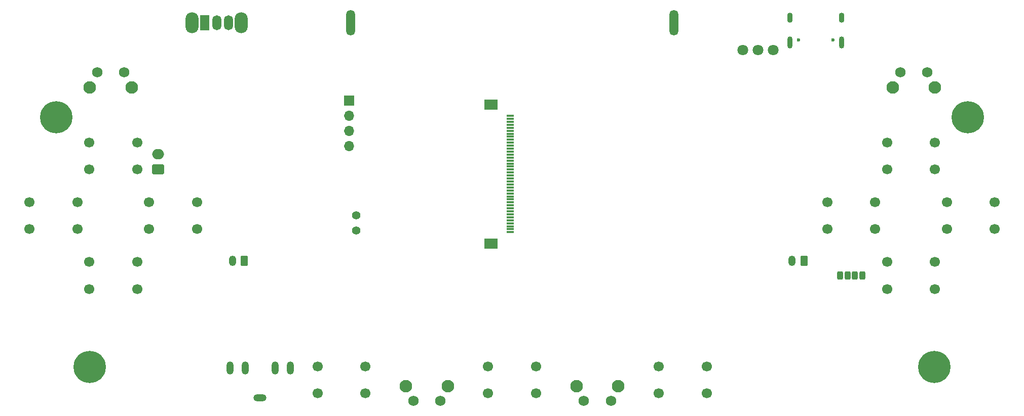
<source format=gts>
%TF.GenerationSoftware,KiCad,Pcbnew,(6.0.7)*%
%TF.CreationDate,2023-03-31T21:06:09+02:00*%
%TF.ProjectId,airboy,61697262-6f79-42e6-9b69-6361645f7063,rev?*%
%TF.SameCoordinates,Original*%
%TF.FileFunction,Soldermask,Top*%
%TF.FilePolarity,Negative*%
%FSLAX46Y46*%
G04 Gerber Fmt 4.6, Leading zero omitted, Abs format (unit mm)*
G04 Created by KiCad (PCBNEW (6.0.7)) date 2023-03-31 21:06:09*
%MOMM*%
%LPD*%
G01*
G04 APERTURE LIST*
G04 Aperture macros list*
%AMRoundRect*
0 Rectangle with rounded corners*
0 $1 Rounding radius*
0 $2 $3 $4 $5 $6 $7 $8 $9 X,Y pos of 4 corners*
0 Add a 4 corners polygon primitive as box body*
4,1,4,$2,$3,$4,$5,$6,$7,$8,$9,$2,$3,0*
0 Add four circle primitives for the rounded corners*
1,1,$1+$1,$2,$3*
1,1,$1+$1,$4,$5*
1,1,$1+$1,$6,$7*
1,1,$1+$1,$8,$9*
0 Add four rect primitives between the rounded corners*
20,1,$1+$1,$2,$3,$4,$5,0*
20,1,$1+$1,$4,$5,$6,$7,0*
20,1,$1+$1,$6,$7,$8,$9,0*
20,1,$1+$1,$8,$9,$2,$3,0*%
G04 Aperture macros list end*
%ADD10C,5.400000*%
%ADD11RoundRect,0.250000X0.350000X0.625000X-0.350000X0.625000X-0.350000X-0.625000X0.350000X-0.625000X0*%
%ADD12O,1.200000X1.750000*%
%ADD13C,1.700000*%
%ADD14RoundRect,0.250000X-0.250000X-0.450000X0.250000X-0.450000X0.250000X0.450000X-0.250000X0.450000X0*%
%ADD15R,1.300000X0.300000*%
%ADD16R,2.200000X1.800000*%
%ADD17C,2.100000*%
%ADD18C,1.750000*%
%ADD19O,1.200000X2.200000*%
%ADD20O,2.200000X1.200000*%
%ADD21C,1.400000*%
%ADD22C,0.600000*%
%ADD23O,0.900000X1.700000*%
%ADD24O,0.900000X2.000000*%
%ADD25O,2.200000X3.500000*%
%ADD26R,1.500000X2.500000*%
%ADD27O,1.500000X2.500000*%
%ADD28O,1.500000X4.300000*%
%ADD29RoundRect,0.250000X0.750000X-0.600000X0.750000X0.600000X-0.750000X0.600000X-0.750000X-0.600000X0*%
%ADD30O,2.000000X1.700000*%
%ADD31C,1.800000*%
%ADD32R,1.700000X1.700000*%
%ADD33O,1.700000X1.700000*%
G04 APERTURE END LIST*
D10*
%TO.C,H2*%
X227300000Y-77000000D03*
%TD*%
D11*
%TO.C,J3*%
X106400000Y-101000000D03*
D12*
X104400000Y-101000000D03*
%TD*%
D13*
%TO.C,SW5*%
X70500000Y-91250000D03*
X78500000Y-91250000D03*
X70500000Y-95750000D03*
X78500000Y-95750000D03*
%TD*%
%TO.C,SW4*%
X80500000Y-101250000D03*
X88500000Y-101250000D03*
X80500000Y-105750000D03*
X88500000Y-105750000D03*
%TD*%
%TO.C,SW8*%
X223800000Y-91250000D03*
X231800000Y-91250000D03*
X223800000Y-95750000D03*
X231800000Y-95750000D03*
%TD*%
%TO.C,SW14*%
X175650000Y-118750000D03*
X183650000Y-118750000D03*
X175650000Y-123250000D03*
X183650000Y-123250000D03*
%TD*%
D10*
%TO.C,H4*%
X221700000Y-118800000D03*
%TD*%
D13*
%TO.C,SW13*%
X147150000Y-118750000D03*
X155150000Y-118750000D03*
X147150000Y-123250000D03*
X155150000Y-123250000D03*
%TD*%
%TO.C,SW3*%
X80500000Y-81250000D03*
X88500000Y-81250000D03*
X80500000Y-85750000D03*
X88500000Y-85750000D03*
%TD*%
D14*
%TO.C,D1*%
X205930000Y-103500000D03*
X207180000Y-103500000D03*
X209680000Y-103500000D03*
X208430000Y-103500000D03*
%TD*%
D11*
%TO.C,J4*%
X199900000Y-101000000D03*
D12*
X197900000Y-101000000D03*
%TD*%
D15*
%TO.C,J2*%
X150850000Y-76750000D03*
X150850000Y-77250000D03*
X150850000Y-77750000D03*
X150850000Y-78250000D03*
X150850000Y-78750000D03*
X150850000Y-79250000D03*
X150850000Y-79750000D03*
X150850000Y-80250000D03*
X150850000Y-80750000D03*
X150850000Y-81250000D03*
X150850000Y-81750000D03*
X150850000Y-82250000D03*
X150850000Y-82750000D03*
X150850000Y-83250000D03*
X150850000Y-83750000D03*
X150850000Y-84250000D03*
X150850000Y-84750000D03*
X150850000Y-85250000D03*
X150850000Y-85750000D03*
X150850000Y-86250000D03*
X150850000Y-86750000D03*
X150850000Y-87250000D03*
X150850000Y-87750000D03*
X150850000Y-88250000D03*
X150850000Y-88750000D03*
X150850000Y-89250000D03*
X150850000Y-89750000D03*
X150850000Y-90250000D03*
X150850000Y-90750000D03*
X150850000Y-91250000D03*
X150850000Y-91750000D03*
X150850000Y-92250000D03*
X150850000Y-92750000D03*
X150850000Y-93250000D03*
X150850000Y-93750000D03*
X150850000Y-94250000D03*
X150850000Y-94750000D03*
X150850000Y-95250000D03*
X150850000Y-95750000D03*
X150850000Y-96250000D03*
D16*
X147600000Y-98150000D03*
X147600000Y-74850000D03*
%TD*%
D13*
%TO.C,SW10*%
X203800000Y-91250000D03*
X211800000Y-91250000D03*
X203800000Y-95750000D03*
X211800000Y-95750000D03*
%TD*%
D10*
%TO.C,H1*%
X75000000Y-77000000D03*
%TD*%
D13*
%TO.C,SW9*%
X213800000Y-101250000D03*
X221800000Y-101250000D03*
X213800000Y-105750000D03*
X221800000Y-105750000D03*
%TD*%
%TO.C,SW15*%
X118650000Y-118750000D03*
X126650000Y-118750000D03*
X118650000Y-123250000D03*
X126650000Y-123250000D03*
%TD*%
%TO.C,SW11*%
X213800000Y-81250000D03*
X221800000Y-81250000D03*
X213800000Y-85750000D03*
X221800000Y-85750000D03*
%TD*%
%TO.C,SW6*%
X90500000Y-91250000D03*
X98500000Y-91250000D03*
X90500000Y-95750000D03*
X98500000Y-95750000D03*
%TD*%
D10*
%TO.C,H3*%
X80600000Y-118800000D03*
%TD*%
D17*
%TO.C,SW2*%
X140410000Y-122010000D03*
X133400000Y-122010000D03*
D18*
X134650000Y-124500000D03*
X139150000Y-124500000D03*
%TD*%
D17*
%TO.C,SW1*%
X161900000Y-122010000D03*
X168910000Y-122010000D03*
D18*
X163150000Y-124500000D03*
X167650000Y-124500000D03*
%TD*%
D19*
%TO.C,J5*%
X114050000Y-119000000D03*
X111550000Y-119000000D03*
D20*
X109050000Y-124000000D03*
D19*
X104050000Y-119000000D03*
X106550000Y-119000000D03*
%TD*%
D21*
%TO.C,TH1*%
X125057000Y-95970000D03*
X125057000Y-93430000D03*
%TD*%
D22*
%TO.C,J6*%
X204790000Y-64025000D03*
X199010000Y-64025000D03*
D23*
X206220000Y-60335000D03*
D24*
X206220000Y-64505000D03*
X197580000Y-64505000D03*
D23*
X197580000Y-60335000D03*
%TD*%
D25*
%TO.C,SW16*%
X105875000Y-61200000D03*
X97675000Y-61200000D03*
D26*
X99775000Y-61200000D03*
D27*
X101775000Y-61200000D03*
X103775000Y-61200000D03*
%TD*%
D28*
%TO.C,J1*%
X178200000Y-61170000D03*
X124200000Y-61170000D03*
%TD*%
D17*
%TO.C,SW7*%
X221750000Y-71990000D03*
X214740000Y-71990000D03*
D18*
X220500000Y-69500000D03*
X216000000Y-69500000D03*
%TD*%
D17*
%TO.C,SW12*%
X87550000Y-71990000D03*
X80540000Y-71990000D03*
D18*
X86300000Y-69500000D03*
X81800000Y-69500000D03*
%TD*%
D29*
%TO.C,J7*%
X92000000Y-85700000D03*
D30*
X92000000Y-83200000D03*
%TD*%
D31*
%TO.C,D2*%
X189660000Y-65700000D03*
X192200000Y-65700000D03*
X194740000Y-65700000D03*
%TD*%
D32*
%TO.C,J8*%
X123952000Y-74178000D03*
D33*
X123952000Y-76718000D03*
X123952000Y-79258000D03*
X123952000Y-81798000D03*
%TD*%
M02*

</source>
